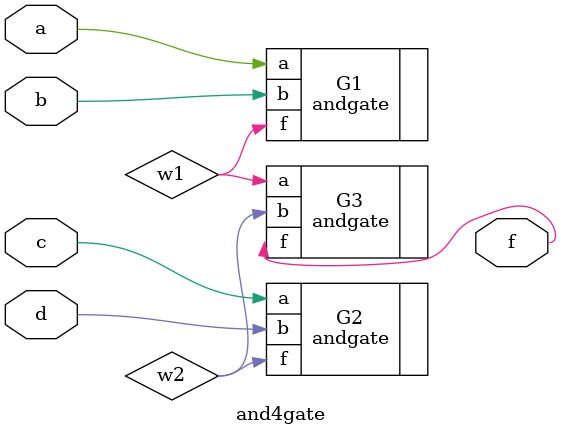
<source format=sv>
`timescale 1ns / 1ps


module and4gate(
    input logic a,
    input logic b,
    input logic c,
    input logic d,
    output logic f
    );
    
    logic w1, w2;
    
    andgate G1(.f(w1), .a(a), .b(b));
    andgate G2(.f(w2), .a(c), .b(d));
    andgate G3(.f(f), .a(w1), .b(w2));
    
endmodule

</source>
